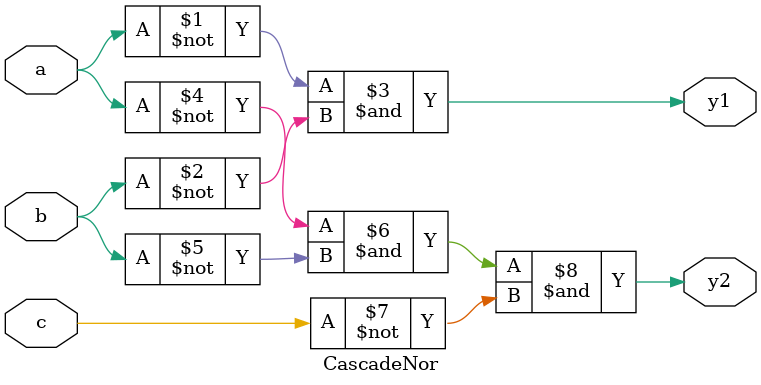
<source format=sv>
module CascadeNor(input a, b, c, output y1, y2);
    assign y1 = ~a & ~b;
    assign y2 = ~a & ~b & ~c;
endmodule
</source>
